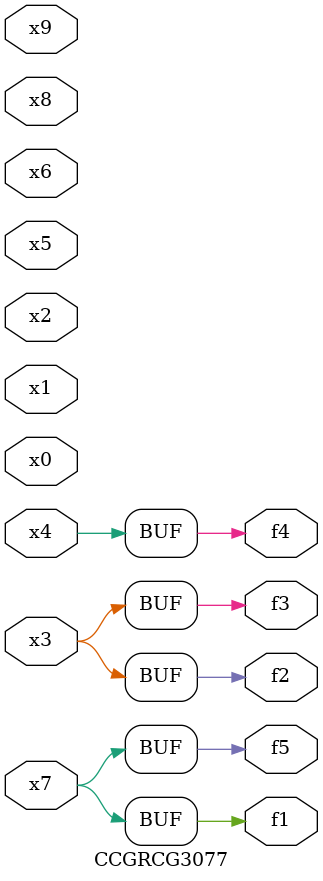
<source format=v>
module CCGRCG3077(
	input x0, x1, x2, x3, x4, x5, x6, x7, x8, x9,
	output f1, f2, f3, f4, f5
);
	assign f1 = x7;
	assign f2 = x3;
	assign f3 = x3;
	assign f4 = x4;
	assign f5 = x7;
endmodule

</source>
